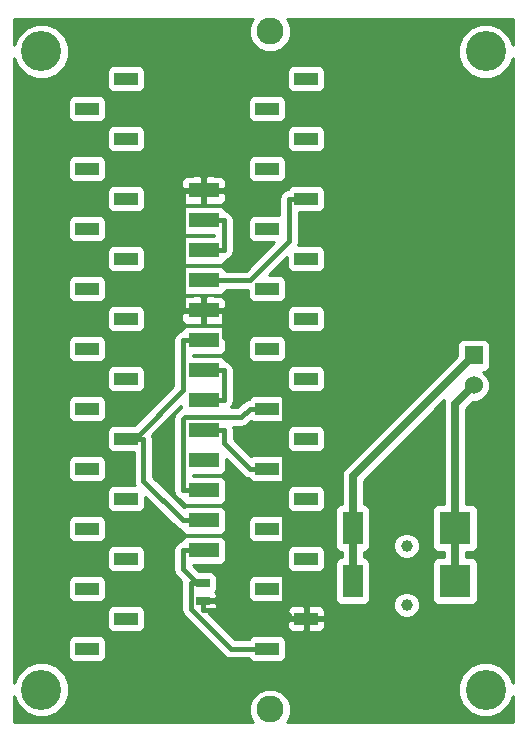
<source format=gtl>
G04 (created by PCBNEW-RS274X (2011-07-19)-testing) date Thu 29 Dec 2011 06:25:09 PM PST*
G01*
G70*
G90*
%MOIN*%
G04 Gerber Fmt 3.4, Leading zero omitted, Abs format*
%FSLAX34Y34*%
G04 APERTURE LIST*
%ADD10C,0.006000*%
%ADD11C,0.133900*%
%ADD12R,0.100000X0.050000*%
%ADD13C,0.090000*%
%ADD14C,0.039000*%
%ADD15R,0.067000X0.110000*%
%ADD16R,0.102400X0.110000*%
%ADD17R,0.045000X0.025000*%
%ADD18R,0.060000X0.060000*%
%ADD19C,0.060000*%
%ADD20R,0.078700X0.039400*%
%ADD21C,0.015000*%
%ADD22C,0.025000*%
%ADD23C,0.010000*%
G04 APERTURE END LIST*
G54D10*
G54D11*
X40621Y-40788D03*
X40621Y-62066D03*
X55442Y-40788D03*
X55442Y-62066D03*
G54D12*
X46031Y-45427D03*
X46031Y-46427D03*
X46031Y-47427D03*
X46031Y-48427D03*
X46031Y-49427D03*
X46031Y-50427D03*
X46031Y-51427D03*
X46031Y-52427D03*
X46031Y-53427D03*
X46031Y-54427D03*
X46031Y-55427D03*
X46031Y-56427D03*
X46031Y-57427D03*
G54D13*
X48251Y-40127D03*
X48251Y-62727D03*
G54D14*
X52800Y-59240D03*
X52800Y-57272D03*
G54D15*
X51005Y-56681D03*
X51005Y-58453D03*
G54D16*
X54414Y-58453D03*
X54414Y-56681D03*
G54D17*
X46000Y-58500D03*
X46000Y-59100D03*
G54D18*
X55031Y-50927D03*
G54D19*
X55031Y-51927D03*
G54D20*
X48146Y-60700D03*
X49450Y-59700D03*
X48146Y-58700D03*
X49450Y-57700D03*
X48146Y-56700D03*
X49450Y-55700D03*
X48146Y-54700D03*
X49450Y-53700D03*
X48146Y-52700D03*
X49450Y-51700D03*
X48146Y-50700D03*
X49450Y-49700D03*
X48146Y-48700D03*
X49450Y-47700D03*
X48146Y-46700D03*
X49450Y-45700D03*
X48146Y-44700D03*
X49450Y-43700D03*
X48146Y-42700D03*
X49450Y-41700D03*
X43454Y-41700D03*
X42150Y-42700D03*
X43454Y-43700D03*
X42150Y-44700D03*
X43454Y-45700D03*
X42150Y-46700D03*
X43454Y-47700D03*
X42150Y-48700D03*
X43454Y-49700D03*
X42150Y-50700D03*
X43454Y-51700D03*
X42150Y-52700D03*
X43454Y-53700D03*
X42150Y-54700D03*
X43454Y-55700D03*
X42150Y-56700D03*
X43454Y-57700D03*
X42150Y-58700D03*
X43454Y-59700D03*
X42150Y-60700D03*
G54D21*
X44025Y-55099D02*
X45353Y-56427D01*
X44025Y-53700D02*
X44025Y-55099D01*
X46031Y-56427D02*
X45353Y-56427D01*
X43454Y-53700D02*
X43740Y-53700D01*
X43740Y-53700D02*
X44025Y-53700D01*
X45353Y-52087D02*
X45353Y-50427D01*
X43740Y-53700D02*
X45353Y-52087D01*
X46031Y-50427D02*
X45353Y-50427D01*
X47572Y-48427D02*
X46709Y-48427D01*
X48878Y-47121D02*
X47572Y-48427D01*
X48878Y-45700D02*
X48878Y-47121D01*
X49450Y-45700D02*
X48878Y-45700D01*
X46031Y-48427D02*
X46709Y-48427D01*
X46709Y-53835D02*
X46709Y-53427D01*
X47574Y-54700D02*
X46709Y-53835D01*
X48146Y-54700D02*
X47574Y-54700D01*
X46031Y-53427D02*
X46709Y-53427D01*
X46709Y-47427D02*
X46709Y-46427D01*
X46031Y-47427D02*
X46709Y-47427D01*
X46031Y-46427D02*
X46709Y-46427D01*
X47290Y-52984D02*
X47574Y-52700D01*
X45409Y-52984D02*
X47290Y-52984D01*
X45353Y-53040D02*
X45409Y-52984D01*
X45353Y-55427D02*
X45353Y-53040D01*
X46031Y-55427D02*
X45353Y-55427D01*
X48146Y-52700D02*
X47574Y-52700D01*
X45597Y-59367D02*
X45597Y-58500D01*
X46930Y-60700D02*
X45597Y-59367D01*
X48146Y-60700D02*
X46930Y-60700D01*
X46000Y-58500D02*
X45799Y-58500D01*
X45799Y-58500D02*
X45597Y-58500D01*
X45353Y-58054D02*
X45353Y-57427D01*
X45799Y-58500D02*
X45353Y-58054D01*
X46031Y-57427D02*
X45353Y-57427D01*
X46000Y-59100D02*
X46000Y-59403D01*
X49450Y-59700D02*
X48878Y-59700D01*
X45353Y-49427D02*
X45353Y-45427D01*
X46031Y-49427D02*
X45353Y-49427D01*
X46031Y-45427D02*
X45353Y-45427D01*
X46000Y-59403D02*
X48716Y-59403D01*
X48878Y-59565D02*
X48878Y-59700D01*
X48716Y-59403D02*
X48878Y-59565D01*
X46709Y-50309D02*
X46709Y-49427D01*
X48718Y-52318D02*
X46709Y-50309D01*
X48718Y-59401D02*
X48718Y-52318D01*
X48716Y-59403D02*
X48718Y-59401D01*
X46031Y-49427D02*
X46709Y-49427D01*
G54D22*
X51005Y-54953D02*
X51005Y-56681D01*
X55031Y-50927D02*
X51005Y-54953D01*
X51005Y-58453D02*
X51005Y-56681D01*
X54414Y-52544D02*
X54414Y-56681D01*
X55031Y-51927D02*
X54414Y-52544D01*
X54414Y-56681D02*
X54414Y-58453D01*
G54D21*
X46709Y-52427D02*
X46709Y-51427D01*
X46031Y-52427D02*
X46709Y-52427D01*
X46031Y-51427D02*
X46709Y-51427D01*
G54D10*
G36*
X56348Y-63139D02*
X53244Y-63139D01*
X53244Y-59329D01*
X53244Y-59152D01*
X53244Y-57361D01*
X53244Y-57184D01*
X53177Y-57021D01*
X53052Y-56896D01*
X52889Y-56828D01*
X52712Y-56828D01*
X52549Y-56895D01*
X52424Y-57020D01*
X52356Y-57183D01*
X52356Y-57360D01*
X52423Y-57523D01*
X52548Y-57648D01*
X52711Y-57716D01*
X52888Y-57716D01*
X53051Y-57649D01*
X53176Y-57524D01*
X53244Y-57361D01*
X53244Y-59152D01*
X53177Y-58989D01*
X53052Y-58864D01*
X52889Y-58796D01*
X52712Y-58796D01*
X52549Y-58863D01*
X52424Y-58988D01*
X52356Y-59151D01*
X52356Y-59328D01*
X52423Y-59491D01*
X52548Y-59616D01*
X52711Y-59684D01*
X52888Y-59684D01*
X53051Y-59617D01*
X53176Y-59492D01*
X53244Y-59329D01*
X53244Y-63139D01*
X50093Y-63139D01*
X50093Y-59812D01*
X50093Y-59588D01*
X50092Y-59552D01*
X50092Y-59453D01*
X50092Y-57947D01*
X50092Y-57848D01*
X50092Y-57454D01*
X50092Y-55947D01*
X50092Y-55848D01*
X50092Y-55454D01*
X50092Y-53947D01*
X50092Y-53848D01*
X50092Y-53454D01*
X50092Y-51947D01*
X50092Y-51848D01*
X50092Y-51454D01*
X50092Y-49947D01*
X50092Y-49848D01*
X50092Y-49454D01*
X50092Y-47947D01*
X50092Y-47848D01*
X50092Y-47454D01*
X50054Y-47362D01*
X49984Y-47292D01*
X49893Y-47254D01*
X49794Y-47254D01*
X49172Y-47254D01*
X49177Y-47246D01*
X49178Y-47245D01*
X49197Y-47147D01*
X49203Y-47122D01*
X49202Y-47121D01*
X49203Y-47121D01*
X49203Y-46146D01*
X49892Y-46146D01*
X49984Y-46108D01*
X50054Y-46038D01*
X50092Y-45947D01*
X50092Y-45848D01*
X50092Y-45454D01*
X50092Y-43947D01*
X50092Y-43848D01*
X50092Y-43454D01*
X50092Y-41947D01*
X50092Y-41848D01*
X50092Y-41454D01*
X50054Y-41362D01*
X49984Y-41292D01*
X49893Y-41254D01*
X49794Y-41254D01*
X49008Y-41254D01*
X48916Y-41292D01*
X48846Y-41362D01*
X48808Y-41453D01*
X48808Y-41552D01*
X48808Y-41946D01*
X48846Y-42038D01*
X48916Y-42108D01*
X49007Y-42146D01*
X49106Y-42146D01*
X49892Y-42146D01*
X49984Y-42108D01*
X50054Y-42038D01*
X50092Y-41947D01*
X50092Y-43454D01*
X50054Y-43362D01*
X49984Y-43292D01*
X49893Y-43254D01*
X49794Y-43254D01*
X49008Y-43254D01*
X48916Y-43292D01*
X48846Y-43362D01*
X48808Y-43453D01*
X48808Y-43552D01*
X48808Y-43946D01*
X48846Y-44038D01*
X48916Y-44108D01*
X49007Y-44146D01*
X49106Y-44146D01*
X49892Y-44146D01*
X49984Y-44108D01*
X50054Y-44038D01*
X50092Y-43947D01*
X50092Y-45454D01*
X50054Y-45362D01*
X49984Y-45292D01*
X49893Y-45254D01*
X49794Y-45254D01*
X49008Y-45254D01*
X48916Y-45292D01*
X48846Y-45362D01*
X48837Y-45383D01*
X48788Y-45393D01*
X48788Y-44947D01*
X48788Y-44848D01*
X48788Y-44454D01*
X48788Y-42947D01*
X48788Y-42848D01*
X48788Y-42454D01*
X48750Y-42362D01*
X48680Y-42292D01*
X48589Y-42254D01*
X48490Y-42254D01*
X47704Y-42254D01*
X47612Y-42292D01*
X47542Y-42362D01*
X47504Y-42453D01*
X47504Y-42552D01*
X47504Y-42946D01*
X47542Y-43038D01*
X47612Y-43108D01*
X47703Y-43146D01*
X47802Y-43146D01*
X48588Y-43146D01*
X48680Y-43108D01*
X48750Y-43038D01*
X48788Y-42947D01*
X48788Y-44454D01*
X48750Y-44362D01*
X48680Y-44292D01*
X48589Y-44254D01*
X48490Y-44254D01*
X47704Y-44254D01*
X47612Y-44292D01*
X47542Y-44362D01*
X47504Y-44453D01*
X47504Y-44552D01*
X47504Y-44946D01*
X47542Y-45038D01*
X47612Y-45108D01*
X47703Y-45146D01*
X47802Y-45146D01*
X48588Y-45146D01*
X48680Y-45108D01*
X48750Y-45038D01*
X48788Y-44947D01*
X48788Y-45393D01*
X48754Y-45400D01*
X48648Y-45470D01*
X48578Y-45576D01*
X48553Y-45700D01*
X48553Y-46254D01*
X48490Y-46254D01*
X47704Y-46254D01*
X47612Y-46292D01*
X47542Y-46362D01*
X47504Y-46453D01*
X47504Y-46552D01*
X47504Y-46946D01*
X47542Y-47038D01*
X47612Y-47108D01*
X47703Y-47146D01*
X47802Y-47146D01*
X48393Y-47146D01*
X47437Y-48102D01*
X47034Y-48102D01*
X47034Y-47427D01*
X47034Y-46427D01*
X47009Y-46303D01*
X46939Y-46197D01*
X46833Y-46127D01*
X46781Y-46116D01*
X46781Y-45539D01*
X46781Y-45315D01*
X46780Y-45226D01*
X46780Y-45127D01*
X46742Y-45036D01*
X46672Y-44966D01*
X46580Y-44928D01*
X46143Y-44927D01*
X46081Y-44989D01*
X46081Y-45377D01*
X46719Y-45377D01*
X46781Y-45315D01*
X46781Y-45539D01*
X46719Y-45477D01*
X46081Y-45477D01*
X46081Y-45865D01*
X46143Y-45927D01*
X46580Y-45926D01*
X46672Y-45888D01*
X46742Y-45818D01*
X46780Y-45727D01*
X46780Y-45628D01*
X46781Y-45539D01*
X46781Y-46116D01*
X46774Y-46115D01*
X46742Y-46036D01*
X46672Y-45966D01*
X46581Y-45928D01*
X46482Y-45928D01*
X45981Y-45928D01*
X45981Y-45865D01*
X45981Y-45477D01*
X45981Y-45377D01*
X45981Y-44989D01*
X45919Y-44927D01*
X45482Y-44928D01*
X45390Y-44966D01*
X45320Y-45036D01*
X45282Y-45127D01*
X45282Y-45226D01*
X45281Y-45315D01*
X45343Y-45377D01*
X45981Y-45377D01*
X45981Y-45477D01*
X45343Y-45477D01*
X45281Y-45539D01*
X45282Y-45628D01*
X45282Y-45727D01*
X45320Y-45818D01*
X45390Y-45888D01*
X45482Y-45926D01*
X45919Y-45927D01*
X45981Y-45865D01*
X45981Y-45928D01*
X45482Y-45928D01*
X45390Y-45966D01*
X45320Y-46036D01*
X45282Y-46127D01*
X45282Y-46226D01*
X45282Y-46726D01*
X45320Y-46818D01*
X45390Y-46888D01*
X45481Y-46926D01*
X45580Y-46926D01*
X46384Y-46926D01*
X46384Y-46928D01*
X45482Y-46928D01*
X45390Y-46966D01*
X45320Y-47036D01*
X45282Y-47127D01*
X45282Y-47226D01*
X45282Y-47726D01*
X45320Y-47818D01*
X45390Y-47888D01*
X45481Y-47926D01*
X45580Y-47926D01*
X46580Y-47926D01*
X46672Y-47888D01*
X46742Y-47818D01*
X46775Y-47738D01*
X46833Y-47727D01*
X46939Y-47657D01*
X47009Y-47551D01*
X47034Y-47427D01*
X47034Y-48102D01*
X46769Y-48102D01*
X46742Y-48036D01*
X46672Y-47966D01*
X46581Y-47928D01*
X46482Y-47928D01*
X45482Y-47928D01*
X45390Y-47966D01*
X45320Y-48036D01*
X45282Y-48127D01*
X45282Y-48226D01*
X45282Y-48726D01*
X45320Y-48818D01*
X45390Y-48888D01*
X45481Y-48926D01*
X45580Y-48926D01*
X46580Y-48926D01*
X46672Y-48888D01*
X46742Y-48818D01*
X46769Y-48752D01*
X47504Y-48752D01*
X47504Y-48946D01*
X47542Y-49038D01*
X47612Y-49108D01*
X47703Y-49146D01*
X47802Y-49146D01*
X48588Y-49146D01*
X48680Y-49108D01*
X48750Y-49038D01*
X48788Y-48947D01*
X48788Y-48848D01*
X48788Y-48454D01*
X48750Y-48362D01*
X48680Y-48292D01*
X48589Y-48254D01*
X48490Y-48254D01*
X48204Y-48254D01*
X48808Y-47650D01*
X48808Y-47946D01*
X48846Y-48038D01*
X48916Y-48108D01*
X49007Y-48146D01*
X49106Y-48146D01*
X49892Y-48146D01*
X49984Y-48108D01*
X50054Y-48038D01*
X50092Y-47947D01*
X50092Y-49454D01*
X50054Y-49362D01*
X49984Y-49292D01*
X49893Y-49254D01*
X49794Y-49254D01*
X49008Y-49254D01*
X48916Y-49292D01*
X48846Y-49362D01*
X48808Y-49453D01*
X48808Y-49552D01*
X48808Y-49946D01*
X48846Y-50038D01*
X48916Y-50108D01*
X49007Y-50146D01*
X49106Y-50146D01*
X49892Y-50146D01*
X49984Y-50108D01*
X50054Y-50038D01*
X50092Y-49947D01*
X50092Y-51454D01*
X50054Y-51362D01*
X49984Y-51292D01*
X49893Y-51254D01*
X49794Y-51254D01*
X49008Y-51254D01*
X48916Y-51292D01*
X48846Y-51362D01*
X48808Y-51453D01*
X48808Y-51552D01*
X48808Y-51946D01*
X48846Y-52038D01*
X48916Y-52108D01*
X49007Y-52146D01*
X49106Y-52146D01*
X49892Y-52146D01*
X49984Y-52108D01*
X50054Y-52038D01*
X50092Y-51947D01*
X50092Y-53454D01*
X50054Y-53362D01*
X49984Y-53292D01*
X49893Y-53254D01*
X49794Y-53254D01*
X49008Y-53254D01*
X48916Y-53292D01*
X48846Y-53362D01*
X48808Y-53453D01*
X48808Y-53552D01*
X48808Y-53946D01*
X48846Y-54038D01*
X48916Y-54108D01*
X49007Y-54146D01*
X49106Y-54146D01*
X49892Y-54146D01*
X49984Y-54108D01*
X50054Y-54038D01*
X50092Y-53947D01*
X50092Y-55454D01*
X50054Y-55362D01*
X49984Y-55292D01*
X49893Y-55254D01*
X49794Y-55254D01*
X49008Y-55254D01*
X48916Y-55292D01*
X48846Y-55362D01*
X48808Y-55453D01*
X48808Y-55552D01*
X48808Y-55946D01*
X48846Y-56038D01*
X48916Y-56108D01*
X49007Y-56146D01*
X49106Y-56146D01*
X49892Y-56146D01*
X49984Y-56108D01*
X50054Y-56038D01*
X50092Y-55947D01*
X50092Y-57454D01*
X50054Y-57362D01*
X49984Y-57292D01*
X49893Y-57254D01*
X49794Y-57254D01*
X49008Y-57254D01*
X48916Y-57292D01*
X48846Y-57362D01*
X48808Y-57453D01*
X48808Y-57552D01*
X48808Y-57946D01*
X48846Y-58038D01*
X48916Y-58108D01*
X49007Y-58146D01*
X49106Y-58146D01*
X49892Y-58146D01*
X49984Y-58108D01*
X50054Y-58038D01*
X50092Y-57947D01*
X50092Y-59453D01*
X50054Y-59362D01*
X49984Y-59292D01*
X49892Y-59254D01*
X49562Y-59253D01*
X49500Y-59315D01*
X49500Y-59650D01*
X50031Y-59650D01*
X50093Y-59588D01*
X50093Y-59812D01*
X50031Y-59750D01*
X49500Y-59750D01*
X49500Y-60085D01*
X49562Y-60147D01*
X49892Y-60146D01*
X49984Y-60108D01*
X50054Y-60038D01*
X50092Y-59947D01*
X50092Y-59848D01*
X50093Y-59812D01*
X50093Y-63139D01*
X49400Y-63139D01*
X49400Y-60085D01*
X49400Y-59750D01*
X49400Y-59650D01*
X49400Y-59315D01*
X49338Y-59253D01*
X49008Y-59254D01*
X48916Y-59292D01*
X48846Y-59362D01*
X48808Y-59453D01*
X48808Y-59552D01*
X48807Y-59588D01*
X48869Y-59650D01*
X49400Y-59650D01*
X49400Y-59750D01*
X48869Y-59750D01*
X48807Y-59812D01*
X48808Y-59848D01*
X48808Y-59947D01*
X48846Y-60038D01*
X48916Y-60108D01*
X49008Y-60146D01*
X49338Y-60147D01*
X49400Y-60085D01*
X49400Y-63139D01*
X48827Y-63139D01*
X48843Y-63124D01*
X48950Y-62867D01*
X48950Y-62589D01*
X48844Y-62332D01*
X48788Y-62275D01*
X48788Y-60947D01*
X48788Y-60848D01*
X48788Y-60454D01*
X48788Y-58947D01*
X48788Y-58848D01*
X48788Y-58454D01*
X48788Y-56947D01*
X48788Y-56848D01*
X48788Y-56454D01*
X48788Y-54947D01*
X48788Y-54848D01*
X48788Y-54454D01*
X48750Y-54362D01*
X48680Y-54292D01*
X48589Y-54254D01*
X48490Y-54254D01*
X47704Y-54254D01*
X47621Y-54287D01*
X47034Y-53700D01*
X47034Y-53427D01*
X47010Y-53309D01*
X47290Y-53309D01*
X47414Y-53284D01*
X47520Y-53214D01*
X47621Y-53112D01*
X47703Y-53146D01*
X47802Y-53146D01*
X48588Y-53146D01*
X48680Y-53108D01*
X48750Y-53038D01*
X48788Y-52947D01*
X48788Y-52848D01*
X48788Y-52454D01*
X48788Y-50947D01*
X48788Y-50848D01*
X48788Y-50454D01*
X48750Y-50362D01*
X48680Y-50292D01*
X48589Y-50254D01*
X48490Y-50254D01*
X47704Y-50254D01*
X47612Y-50292D01*
X47542Y-50362D01*
X47504Y-50453D01*
X47504Y-50552D01*
X47504Y-50946D01*
X47542Y-51038D01*
X47612Y-51108D01*
X47703Y-51146D01*
X47802Y-51146D01*
X48588Y-51146D01*
X48680Y-51108D01*
X48750Y-51038D01*
X48788Y-50947D01*
X48788Y-52454D01*
X48750Y-52362D01*
X48680Y-52292D01*
X48589Y-52254D01*
X48490Y-52254D01*
X47704Y-52254D01*
X47612Y-52292D01*
X47542Y-52362D01*
X47533Y-52383D01*
X47450Y-52400D01*
X47344Y-52470D01*
X47342Y-52472D01*
X47155Y-52659D01*
X46935Y-52659D01*
X46939Y-52657D01*
X47009Y-52551D01*
X47034Y-52427D01*
X47034Y-51427D01*
X47009Y-51303D01*
X46939Y-51197D01*
X46833Y-51127D01*
X46781Y-51116D01*
X46781Y-49539D01*
X46781Y-49315D01*
X46780Y-49226D01*
X46780Y-49127D01*
X46742Y-49036D01*
X46672Y-48966D01*
X46580Y-48928D01*
X46143Y-48927D01*
X46081Y-48989D01*
X46081Y-49377D01*
X46719Y-49377D01*
X46781Y-49315D01*
X46781Y-49539D01*
X46719Y-49477D01*
X46081Y-49477D01*
X46081Y-49865D01*
X46143Y-49927D01*
X46580Y-49926D01*
X46672Y-49888D01*
X46742Y-49818D01*
X46780Y-49727D01*
X46780Y-49628D01*
X46781Y-49539D01*
X46781Y-51116D01*
X46774Y-51115D01*
X46742Y-51036D01*
X46672Y-50966D01*
X46581Y-50928D01*
X46482Y-50928D01*
X45678Y-50928D01*
X45678Y-50926D01*
X46580Y-50926D01*
X46672Y-50888D01*
X46742Y-50818D01*
X46780Y-50727D01*
X46780Y-50628D01*
X46780Y-50128D01*
X46742Y-50036D01*
X46672Y-49966D01*
X46581Y-49928D01*
X46482Y-49928D01*
X45981Y-49928D01*
X45981Y-49865D01*
X45981Y-49477D01*
X45981Y-49377D01*
X45981Y-48989D01*
X45919Y-48927D01*
X45482Y-48928D01*
X45390Y-48966D01*
X45320Y-49036D01*
X45282Y-49127D01*
X45282Y-49226D01*
X45281Y-49315D01*
X45343Y-49377D01*
X45981Y-49377D01*
X45981Y-49477D01*
X45343Y-49477D01*
X45281Y-49539D01*
X45282Y-49628D01*
X45282Y-49727D01*
X45320Y-49818D01*
X45390Y-49888D01*
X45482Y-49926D01*
X45919Y-49927D01*
X45981Y-49865D01*
X45981Y-49928D01*
X45482Y-49928D01*
X45390Y-49966D01*
X45320Y-50036D01*
X45286Y-50115D01*
X45229Y-50127D01*
X45123Y-50197D01*
X45053Y-50303D01*
X45028Y-50427D01*
X45028Y-51952D01*
X44096Y-52884D01*
X44096Y-51947D01*
X44096Y-51848D01*
X44096Y-51454D01*
X44096Y-49947D01*
X44096Y-49848D01*
X44096Y-49454D01*
X44096Y-47947D01*
X44096Y-47848D01*
X44096Y-47454D01*
X44096Y-45947D01*
X44096Y-45848D01*
X44096Y-45454D01*
X44096Y-43947D01*
X44096Y-43848D01*
X44096Y-43454D01*
X44096Y-41947D01*
X44096Y-41848D01*
X44096Y-41454D01*
X44058Y-41362D01*
X43988Y-41292D01*
X43897Y-41254D01*
X43798Y-41254D01*
X43012Y-41254D01*
X42920Y-41292D01*
X42850Y-41362D01*
X42812Y-41453D01*
X42812Y-41552D01*
X42812Y-41946D01*
X42850Y-42038D01*
X42920Y-42108D01*
X43011Y-42146D01*
X43110Y-42146D01*
X43896Y-42146D01*
X43988Y-42108D01*
X44058Y-42038D01*
X44096Y-41947D01*
X44096Y-43454D01*
X44058Y-43362D01*
X43988Y-43292D01*
X43897Y-43254D01*
X43798Y-43254D01*
X43012Y-43254D01*
X42920Y-43292D01*
X42850Y-43362D01*
X42812Y-43453D01*
X42812Y-43552D01*
X42812Y-43946D01*
X42850Y-44038D01*
X42920Y-44108D01*
X43011Y-44146D01*
X43110Y-44146D01*
X43896Y-44146D01*
X43988Y-44108D01*
X44058Y-44038D01*
X44096Y-43947D01*
X44096Y-45454D01*
X44058Y-45362D01*
X43988Y-45292D01*
X43897Y-45254D01*
X43798Y-45254D01*
X43012Y-45254D01*
X42920Y-45292D01*
X42850Y-45362D01*
X42812Y-45453D01*
X42812Y-45552D01*
X42812Y-45946D01*
X42850Y-46038D01*
X42920Y-46108D01*
X43011Y-46146D01*
X43110Y-46146D01*
X43896Y-46146D01*
X43988Y-46108D01*
X44058Y-46038D01*
X44096Y-45947D01*
X44096Y-47454D01*
X44058Y-47362D01*
X43988Y-47292D01*
X43897Y-47254D01*
X43798Y-47254D01*
X43012Y-47254D01*
X42920Y-47292D01*
X42850Y-47362D01*
X42812Y-47453D01*
X42812Y-47552D01*
X42812Y-47946D01*
X42850Y-48038D01*
X42920Y-48108D01*
X43011Y-48146D01*
X43110Y-48146D01*
X43896Y-48146D01*
X43988Y-48108D01*
X44058Y-48038D01*
X44096Y-47947D01*
X44096Y-49454D01*
X44058Y-49362D01*
X43988Y-49292D01*
X43897Y-49254D01*
X43798Y-49254D01*
X43012Y-49254D01*
X42920Y-49292D01*
X42850Y-49362D01*
X42812Y-49453D01*
X42812Y-49552D01*
X42812Y-49946D01*
X42850Y-50038D01*
X42920Y-50108D01*
X43011Y-50146D01*
X43110Y-50146D01*
X43896Y-50146D01*
X43988Y-50108D01*
X44058Y-50038D01*
X44096Y-49947D01*
X44096Y-51454D01*
X44058Y-51362D01*
X43988Y-51292D01*
X43897Y-51254D01*
X43798Y-51254D01*
X43012Y-51254D01*
X42920Y-51292D01*
X42850Y-51362D01*
X42812Y-51453D01*
X42812Y-51552D01*
X42812Y-51946D01*
X42850Y-52038D01*
X42920Y-52108D01*
X43011Y-52146D01*
X43110Y-52146D01*
X43896Y-52146D01*
X43988Y-52108D01*
X44058Y-52038D01*
X44096Y-51947D01*
X44096Y-52884D01*
X43726Y-53254D01*
X43012Y-53254D01*
X42920Y-53292D01*
X42850Y-53362D01*
X42812Y-53453D01*
X42812Y-53552D01*
X42812Y-53946D01*
X42850Y-54038D01*
X42920Y-54108D01*
X43011Y-54146D01*
X43110Y-54146D01*
X43700Y-54146D01*
X43700Y-55099D01*
X43725Y-55223D01*
X43745Y-55254D01*
X43012Y-55254D01*
X42920Y-55292D01*
X42850Y-55362D01*
X42812Y-55453D01*
X42812Y-55552D01*
X42812Y-55946D01*
X42850Y-56038D01*
X42920Y-56108D01*
X43011Y-56146D01*
X43110Y-56146D01*
X43896Y-56146D01*
X43988Y-56108D01*
X44058Y-56038D01*
X44096Y-55947D01*
X44096Y-55848D01*
X44096Y-55630D01*
X45123Y-56657D01*
X45228Y-56727D01*
X45229Y-56727D01*
X45287Y-56738D01*
X45320Y-56818D01*
X45390Y-56888D01*
X45481Y-56926D01*
X45580Y-56926D01*
X46580Y-56926D01*
X46672Y-56888D01*
X46742Y-56818D01*
X46780Y-56727D01*
X46780Y-56628D01*
X46780Y-56128D01*
X46742Y-56036D01*
X46672Y-55966D01*
X46581Y-55928D01*
X46482Y-55928D01*
X45482Y-55928D01*
X45390Y-55966D01*
X45371Y-55985D01*
X44350Y-54964D01*
X44350Y-53700D01*
X44325Y-53576D01*
X44324Y-53575D01*
X45282Y-52618D01*
X45282Y-52685D01*
X45179Y-52754D01*
X45123Y-52810D01*
X45053Y-52916D01*
X45028Y-53040D01*
X45028Y-55427D01*
X45053Y-55551D01*
X45123Y-55657D01*
X45229Y-55727D01*
X45287Y-55738D01*
X45320Y-55818D01*
X45390Y-55888D01*
X45481Y-55926D01*
X45580Y-55926D01*
X46580Y-55926D01*
X46672Y-55888D01*
X46742Y-55818D01*
X46780Y-55727D01*
X46780Y-55628D01*
X46780Y-55128D01*
X46742Y-55036D01*
X46672Y-54966D01*
X46581Y-54928D01*
X46482Y-54928D01*
X45678Y-54928D01*
X45678Y-54926D01*
X46580Y-54926D01*
X46672Y-54888D01*
X46742Y-54818D01*
X46780Y-54727D01*
X46780Y-54628D01*
X46780Y-54366D01*
X47344Y-54930D01*
X47449Y-55000D01*
X47450Y-55000D01*
X47533Y-55016D01*
X47542Y-55038D01*
X47612Y-55108D01*
X47703Y-55146D01*
X47802Y-55146D01*
X48588Y-55146D01*
X48680Y-55108D01*
X48750Y-55038D01*
X48788Y-54947D01*
X48788Y-56454D01*
X48750Y-56362D01*
X48680Y-56292D01*
X48589Y-56254D01*
X48490Y-56254D01*
X47704Y-56254D01*
X47612Y-56292D01*
X47542Y-56362D01*
X47504Y-56453D01*
X47504Y-56552D01*
X47504Y-56946D01*
X47542Y-57038D01*
X47612Y-57108D01*
X47703Y-57146D01*
X47802Y-57146D01*
X48588Y-57146D01*
X48680Y-57108D01*
X48750Y-57038D01*
X48788Y-56947D01*
X48788Y-58454D01*
X48750Y-58362D01*
X48680Y-58292D01*
X48589Y-58254D01*
X48490Y-58254D01*
X47704Y-58254D01*
X47612Y-58292D01*
X47542Y-58362D01*
X47504Y-58453D01*
X47504Y-58552D01*
X47504Y-58946D01*
X47542Y-59038D01*
X47612Y-59108D01*
X47703Y-59146D01*
X47802Y-59146D01*
X48588Y-59146D01*
X48680Y-59108D01*
X48750Y-59038D01*
X48788Y-58947D01*
X48788Y-60454D01*
X48750Y-60362D01*
X48680Y-60292D01*
X48589Y-60254D01*
X48490Y-60254D01*
X47704Y-60254D01*
X47612Y-60292D01*
X47542Y-60362D01*
X47536Y-60375D01*
X47065Y-60375D01*
X46164Y-59474D01*
X46176Y-59474D01*
X46275Y-59474D01*
X46366Y-59436D01*
X46436Y-59366D01*
X46474Y-59274D01*
X46475Y-59212D01*
X46413Y-59150D01*
X46100Y-59150D01*
X46050Y-59150D01*
X45950Y-59150D01*
X45950Y-59050D01*
X46050Y-59050D01*
X46100Y-59050D01*
X46413Y-59050D01*
X46475Y-58988D01*
X46474Y-58926D01*
X46436Y-58834D01*
X46402Y-58800D01*
X46436Y-58766D01*
X46474Y-58675D01*
X46474Y-58576D01*
X46474Y-58326D01*
X46436Y-58234D01*
X46366Y-58164D01*
X46275Y-58126D01*
X46176Y-58126D01*
X45884Y-58126D01*
X45684Y-57926D01*
X46580Y-57926D01*
X46672Y-57888D01*
X46742Y-57818D01*
X46780Y-57727D01*
X46780Y-57628D01*
X46780Y-57128D01*
X46742Y-57036D01*
X46672Y-56966D01*
X46581Y-56928D01*
X46482Y-56928D01*
X45482Y-56928D01*
X45390Y-56966D01*
X45320Y-57036D01*
X45286Y-57115D01*
X45229Y-57127D01*
X45123Y-57197D01*
X45053Y-57303D01*
X45028Y-57427D01*
X45028Y-58054D01*
X45053Y-58178D01*
X45123Y-58284D01*
X45283Y-58443D01*
X45272Y-58500D01*
X45272Y-59367D01*
X45297Y-59491D01*
X45367Y-59597D01*
X46700Y-60930D01*
X46805Y-61000D01*
X46806Y-61000D01*
X46930Y-61025D01*
X47536Y-61025D01*
X47542Y-61038D01*
X47612Y-61108D01*
X47703Y-61146D01*
X47802Y-61146D01*
X48588Y-61146D01*
X48680Y-61108D01*
X48750Y-61038D01*
X48788Y-60947D01*
X48788Y-62275D01*
X48648Y-62135D01*
X48391Y-62028D01*
X48113Y-62028D01*
X47856Y-62134D01*
X47659Y-62330D01*
X47552Y-62587D01*
X47552Y-62865D01*
X47658Y-63122D01*
X47674Y-63139D01*
X44096Y-63139D01*
X44096Y-59947D01*
X44096Y-59848D01*
X44096Y-59454D01*
X44096Y-57947D01*
X44096Y-57848D01*
X44096Y-57454D01*
X44058Y-57362D01*
X43988Y-57292D01*
X43897Y-57254D01*
X43798Y-57254D01*
X43012Y-57254D01*
X42920Y-57292D01*
X42850Y-57362D01*
X42812Y-57453D01*
X42812Y-57552D01*
X42812Y-57946D01*
X42850Y-58038D01*
X42920Y-58108D01*
X43011Y-58146D01*
X43110Y-58146D01*
X43896Y-58146D01*
X43988Y-58108D01*
X44058Y-58038D01*
X44096Y-57947D01*
X44096Y-59454D01*
X44058Y-59362D01*
X43988Y-59292D01*
X43897Y-59254D01*
X43798Y-59254D01*
X43012Y-59254D01*
X42920Y-59292D01*
X42850Y-59362D01*
X42812Y-59453D01*
X42812Y-59552D01*
X42812Y-59946D01*
X42850Y-60038D01*
X42920Y-60108D01*
X43011Y-60146D01*
X43110Y-60146D01*
X43896Y-60146D01*
X43988Y-60108D01*
X44058Y-60038D01*
X44096Y-59947D01*
X44096Y-63139D01*
X42792Y-63139D01*
X42792Y-60947D01*
X42792Y-60848D01*
X42792Y-60454D01*
X42792Y-58947D01*
X42792Y-58848D01*
X42792Y-58454D01*
X42792Y-56947D01*
X42792Y-56848D01*
X42792Y-56454D01*
X42792Y-54947D01*
X42792Y-54848D01*
X42792Y-54454D01*
X42792Y-52947D01*
X42792Y-52848D01*
X42792Y-52454D01*
X42792Y-50947D01*
X42792Y-50848D01*
X42792Y-50454D01*
X42792Y-48947D01*
X42792Y-48848D01*
X42792Y-48454D01*
X42792Y-46947D01*
X42792Y-46848D01*
X42792Y-46454D01*
X42792Y-44947D01*
X42792Y-44848D01*
X42792Y-44454D01*
X42792Y-42947D01*
X42792Y-42848D01*
X42792Y-42454D01*
X42754Y-42362D01*
X42684Y-42292D01*
X42593Y-42254D01*
X42494Y-42254D01*
X41708Y-42254D01*
X41616Y-42292D01*
X41546Y-42362D01*
X41508Y-42453D01*
X41508Y-42552D01*
X41508Y-42946D01*
X41546Y-43038D01*
X41616Y-43108D01*
X41707Y-43146D01*
X41806Y-43146D01*
X42592Y-43146D01*
X42684Y-43108D01*
X42754Y-43038D01*
X42792Y-42947D01*
X42792Y-44454D01*
X42754Y-44362D01*
X42684Y-44292D01*
X42593Y-44254D01*
X42494Y-44254D01*
X41708Y-44254D01*
X41616Y-44292D01*
X41546Y-44362D01*
X41508Y-44453D01*
X41508Y-44552D01*
X41508Y-44946D01*
X41546Y-45038D01*
X41616Y-45108D01*
X41707Y-45146D01*
X41806Y-45146D01*
X42592Y-45146D01*
X42684Y-45108D01*
X42754Y-45038D01*
X42792Y-44947D01*
X42792Y-46454D01*
X42754Y-46362D01*
X42684Y-46292D01*
X42593Y-46254D01*
X42494Y-46254D01*
X41708Y-46254D01*
X41616Y-46292D01*
X41546Y-46362D01*
X41508Y-46453D01*
X41508Y-46552D01*
X41508Y-46946D01*
X41546Y-47038D01*
X41616Y-47108D01*
X41707Y-47146D01*
X41806Y-47146D01*
X42592Y-47146D01*
X42684Y-47108D01*
X42754Y-47038D01*
X42792Y-46947D01*
X42792Y-48454D01*
X42754Y-48362D01*
X42684Y-48292D01*
X42593Y-48254D01*
X42494Y-48254D01*
X41708Y-48254D01*
X41616Y-48292D01*
X41546Y-48362D01*
X41508Y-48453D01*
X41508Y-48552D01*
X41508Y-48946D01*
X41546Y-49038D01*
X41616Y-49108D01*
X41707Y-49146D01*
X41806Y-49146D01*
X42592Y-49146D01*
X42684Y-49108D01*
X42754Y-49038D01*
X42792Y-48947D01*
X42792Y-50454D01*
X42754Y-50362D01*
X42684Y-50292D01*
X42593Y-50254D01*
X42494Y-50254D01*
X41708Y-50254D01*
X41616Y-50292D01*
X41546Y-50362D01*
X41508Y-50453D01*
X41508Y-50552D01*
X41508Y-50946D01*
X41546Y-51038D01*
X41616Y-51108D01*
X41707Y-51146D01*
X41806Y-51146D01*
X42592Y-51146D01*
X42684Y-51108D01*
X42754Y-51038D01*
X42792Y-50947D01*
X42792Y-52454D01*
X42754Y-52362D01*
X42684Y-52292D01*
X42593Y-52254D01*
X42494Y-52254D01*
X41708Y-52254D01*
X41616Y-52292D01*
X41546Y-52362D01*
X41508Y-52453D01*
X41508Y-52552D01*
X41508Y-52946D01*
X41546Y-53038D01*
X41616Y-53108D01*
X41707Y-53146D01*
X41806Y-53146D01*
X42592Y-53146D01*
X42684Y-53108D01*
X42754Y-53038D01*
X42792Y-52947D01*
X42792Y-54454D01*
X42754Y-54362D01*
X42684Y-54292D01*
X42593Y-54254D01*
X42494Y-54254D01*
X41708Y-54254D01*
X41616Y-54292D01*
X41546Y-54362D01*
X41508Y-54453D01*
X41508Y-54552D01*
X41508Y-54946D01*
X41546Y-55038D01*
X41616Y-55108D01*
X41707Y-55146D01*
X41806Y-55146D01*
X42592Y-55146D01*
X42684Y-55108D01*
X42754Y-55038D01*
X42792Y-54947D01*
X42792Y-56454D01*
X42754Y-56362D01*
X42684Y-56292D01*
X42593Y-56254D01*
X42494Y-56254D01*
X41708Y-56254D01*
X41616Y-56292D01*
X41546Y-56362D01*
X41508Y-56453D01*
X41508Y-56552D01*
X41508Y-56946D01*
X41546Y-57038D01*
X41616Y-57108D01*
X41707Y-57146D01*
X41806Y-57146D01*
X42592Y-57146D01*
X42684Y-57108D01*
X42754Y-57038D01*
X42792Y-56947D01*
X42792Y-58454D01*
X42754Y-58362D01*
X42684Y-58292D01*
X42593Y-58254D01*
X42494Y-58254D01*
X41708Y-58254D01*
X41616Y-58292D01*
X41546Y-58362D01*
X41508Y-58453D01*
X41508Y-58552D01*
X41508Y-58946D01*
X41546Y-59038D01*
X41616Y-59108D01*
X41707Y-59146D01*
X41806Y-59146D01*
X42592Y-59146D01*
X42684Y-59108D01*
X42754Y-59038D01*
X42792Y-58947D01*
X42792Y-60454D01*
X42754Y-60362D01*
X42684Y-60292D01*
X42593Y-60254D01*
X42494Y-60254D01*
X41708Y-60254D01*
X41616Y-60292D01*
X41546Y-60362D01*
X41508Y-60453D01*
X41508Y-60552D01*
X41508Y-60946D01*
X41546Y-61038D01*
X41616Y-61108D01*
X41707Y-61146D01*
X41806Y-61146D01*
X42592Y-61146D01*
X42684Y-61108D01*
X42754Y-61038D01*
X42792Y-60947D01*
X42792Y-63139D01*
X39715Y-63139D01*
X39715Y-62279D01*
X39842Y-62586D01*
X40100Y-62845D01*
X40437Y-62985D01*
X40803Y-62985D01*
X41141Y-62845D01*
X41400Y-62587D01*
X41540Y-62250D01*
X41540Y-61884D01*
X41400Y-61546D01*
X41142Y-61287D01*
X40805Y-61147D01*
X40439Y-61147D01*
X40101Y-61287D01*
X39842Y-61545D01*
X39715Y-61850D01*
X39715Y-41001D01*
X39842Y-41308D01*
X40100Y-41567D01*
X40437Y-41707D01*
X40803Y-41707D01*
X41141Y-41567D01*
X41400Y-41309D01*
X41540Y-40972D01*
X41540Y-40606D01*
X41400Y-40268D01*
X41142Y-40009D01*
X40805Y-39869D01*
X40439Y-39869D01*
X40101Y-40009D01*
X39842Y-40267D01*
X39715Y-40572D01*
X39715Y-39715D01*
X47674Y-39715D01*
X47659Y-39730D01*
X47552Y-39987D01*
X47552Y-40265D01*
X47658Y-40522D01*
X47854Y-40719D01*
X48111Y-40826D01*
X48389Y-40826D01*
X48646Y-40720D01*
X48843Y-40524D01*
X48950Y-40267D01*
X48950Y-39989D01*
X48844Y-39732D01*
X48827Y-39715D01*
X56348Y-39715D01*
X56348Y-40574D01*
X56221Y-40268D01*
X55963Y-40009D01*
X55626Y-39869D01*
X55260Y-39869D01*
X54922Y-40009D01*
X54663Y-40267D01*
X54523Y-40604D01*
X54523Y-40970D01*
X54663Y-41308D01*
X54921Y-41567D01*
X55258Y-41707D01*
X55624Y-41707D01*
X55962Y-41567D01*
X56221Y-41309D01*
X56348Y-41003D01*
X56348Y-61852D01*
X56221Y-61546D01*
X55963Y-61287D01*
X55626Y-61147D01*
X55580Y-61147D01*
X55580Y-52036D01*
X55580Y-51818D01*
X55496Y-51616D01*
X55356Y-51476D01*
X55380Y-51476D01*
X55472Y-51438D01*
X55542Y-51368D01*
X55580Y-51277D01*
X55580Y-51178D01*
X55580Y-50578D01*
X55542Y-50486D01*
X55472Y-50416D01*
X55381Y-50378D01*
X55282Y-50378D01*
X54682Y-50378D01*
X54590Y-50416D01*
X54520Y-50486D01*
X54482Y-50577D01*
X54482Y-50676D01*
X54482Y-50945D01*
X50740Y-54688D01*
X50659Y-54809D01*
X50630Y-54953D01*
X50630Y-55882D01*
X50621Y-55882D01*
X50529Y-55920D01*
X50459Y-55990D01*
X50421Y-56081D01*
X50421Y-56180D01*
X50421Y-57280D01*
X50459Y-57372D01*
X50529Y-57442D01*
X50620Y-57480D01*
X50630Y-57480D01*
X50630Y-57654D01*
X50621Y-57654D01*
X50529Y-57692D01*
X50459Y-57762D01*
X50421Y-57853D01*
X50421Y-57952D01*
X50421Y-59052D01*
X50459Y-59144D01*
X50529Y-59214D01*
X50620Y-59252D01*
X50719Y-59252D01*
X51389Y-59252D01*
X51481Y-59214D01*
X51551Y-59144D01*
X51589Y-59053D01*
X51589Y-58954D01*
X51589Y-57854D01*
X51551Y-57762D01*
X51481Y-57692D01*
X51390Y-57654D01*
X51380Y-57654D01*
X51380Y-57480D01*
X51389Y-57480D01*
X51481Y-57442D01*
X51551Y-57372D01*
X51589Y-57281D01*
X51589Y-57182D01*
X51589Y-56082D01*
X51551Y-55990D01*
X51481Y-55920D01*
X51390Y-55882D01*
X51380Y-55882D01*
X51380Y-55108D01*
X54062Y-52425D01*
X54039Y-52544D01*
X54039Y-55882D01*
X53853Y-55882D01*
X53761Y-55920D01*
X53691Y-55990D01*
X53653Y-56081D01*
X53653Y-56180D01*
X53653Y-57280D01*
X53691Y-57372D01*
X53761Y-57442D01*
X53852Y-57480D01*
X53951Y-57480D01*
X54039Y-57480D01*
X54039Y-57654D01*
X53853Y-57654D01*
X53761Y-57692D01*
X53691Y-57762D01*
X53653Y-57853D01*
X53653Y-57952D01*
X53653Y-59052D01*
X53691Y-59144D01*
X53761Y-59214D01*
X53852Y-59252D01*
X53951Y-59252D01*
X54975Y-59252D01*
X55067Y-59214D01*
X55137Y-59144D01*
X55175Y-59053D01*
X55175Y-58954D01*
X55175Y-57854D01*
X55137Y-57762D01*
X55067Y-57692D01*
X54976Y-57654D01*
X54877Y-57654D01*
X54789Y-57654D01*
X54789Y-57480D01*
X54975Y-57480D01*
X55067Y-57442D01*
X55137Y-57372D01*
X55175Y-57281D01*
X55175Y-57182D01*
X55175Y-56082D01*
X55137Y-55990D01*
X55067Y-55920D01*
X54976Y-55882D01*
X54877Y-55882D01*
X54789Y-55882D01*
X54789Y-52699D01*
X55012Y-52476D01*
X55140Y-52476D01*
X55342Y-52392D01*
X55496Y-52238D01*
X55580Y-52036D01*
X55580Y-61147D01*
X55260Y-61147D01*
X54922Y-61287D01*
X54663Y-61545D01*
X54523Y-61882D01*
X54523Y-62248D01*
X54663Y-62586D01*
X54921Y-62845D01*
X55258Y-62985D01*
X55624Y-62985D01*
X55962Y-62845D01*
X56221Y-62587D01*
X56348Y-62281D01*
X56348Y-63139D01*
X56348Y-63139D01*
G37*
G54D23*
X56348Y-63139D02*
X53244Y-63139D01*
X53244Y-59329D01*
X53244Y-59152D01*
X53244Y-57361D01*
X53244Y-57184D01*
X53177Y-57021D01*
X53052Y-56896D01*
X52889Y-56828D01*
X52712Y-56828D01*
X52549Y-56895D01*
X52424Y-57020D01*
X52356Y-57183D01*
X52356Y-57360D01*
X52423Y-57523D01*
X52548Y-57648D01*
X52711Y-57716D01*
X52888Y-57716D01*
X53051Y-57649D01*
X53176Y-57524D01*
X53244Y-57361D01*
X53244Y-59152D01*
X53177Y-58989D01*
X53052Y-58864D01*
X52889Y-58796D01*
X52712Y-58796D01*
X52549Y-58863D01*
X52424Y-58988D01*
X52356Y-59151D01*
X52356Y-59328D01*
X52423Y-59491D01*
X52548Y-59616D01*
X52711Y-59684D01*
X52888Y-59684D01*
X53051Y-59617D01*
X53176Y-59492D01*
X53244Y-59329D01*
X53244Y-63139D01*
X50093Y-63139D01*
X50093Y-59812D01*
X50093Y-59588D01*
X50092Y-59552D01*
X50092Y-59453D01*
X50092Y-57947D01*
X50092Y-57848D01*
X50092Y-57454D01*
X50092Y-55947D01*
X50092Y-55848D01*
X50092Y-55454D01*
X50092Y-53947D01*
X50092Y-53848D01*
X50092Y-53454D01*
X50092Y-51947D01*
X50092Y-51848D01*
X50092Y-51454D01*
X50092Y-49947D01*
X50092Y-49848D01*
X50092Y-49454D01*
X50092Y-47947D01*
X50092Y-47848D01*
X50092Y-47454D01*
X50054Y-47362D01*
X49984Y-47292D01*
X49893Y-47254D01*
X49794Y-47254D01*
X49172Y-47254D01*
X49177Y-47246D01*
X49178Y-47245D01*
X49197Y-47147D01*
X49203Y-47122D01*
X49202Y-47121D01*
X49203Y-47121D01*
X49203Y-46146D01*
X49892Y-46146D01*
X49984Y-46108D01*
X50054Y-46038D01*
X50092Y-45947D01*
X50092Y-45848D01*
X50092Y-45454D01*
X50092Y-43947D01*
X50092Y-43848D01*
X50092Y-43454D01*
X50092Y-41947D01*
X50092Y-41848D01*
X50092Y-41454D01*
X50054Y-41362D01*
X49984Y-41292D01*
X49893Y-41254D01*
X49794Y-41254D01*
X49008Y-41254D01*
X48916Y-41292D01*
X48846Y-41362D01*
X48808Y-41453D01*
X48808Y-41552D01*
X48808Y-41946D01*
X48846Y-42038D01*
X48916Y-42108D01*
X49007Y-42146D01*
X49106Y-42146D01*
X49892Y-42146D01*
X49984Y-42108D01*
X50054Y-42038D01*
X50092Y-41947D01*
X50092Y-43454D01*
X50054Y-43362D01*
X49984Y-43292D01*
X49893Y-43254D01*
X49794Y-43254D01*
X49008Y-43254D01*
X48916Y-43292D01*
X48846Y-43362D01*
X48808Y-43453D01*
X48808Y-43552D01*
X48808Y-43946D01*
X48846Y-44038D01*
X48916Y-44108D01*
X49007Y-44146D01*
X49106Y-44146D01*
X49892Y-44146D01*
X49984Y-44108D01*
X50054Y-44038D01*
X50092Y-43947D01*
X50092Y-45454D01*
X50054Y-45362D01*
X49984Y-45292D01*
X49893Y-45254D01*
X49794Y-45254D01*
X49008Y-45254D01*
X48916Y-45292D01*
X48846Y-45362D01*
X48837Y-45383D01*
X48788Y-45393D01*
X48788Y-44947D01*
X48788Y-44848D01*
X48788Y-44454D01*
X48788Y-42947D01*
X48788Y-42848D01*
X48788Y-42454D01*
X48750Y-42362D01*
X48680Y-42292D01*
X48589Y-42254D01*
X48490Y-42254D01*
X47704Y-42254D01*
X47612Y-42292D01*
X47542Y-42362D01*
X47504Y-42453D01*
X47504Y-42552D01*
X47504Y-42946D01*
X47542Y-43038D01*
X47612Y-43108D01*
X47703Y-43146D01*
X47802Y-43146D01*
X48588Y-43146D01*
X48680Y-43108D01*
X48750Y-43038D01*
X48788Y-42947D01*
X48788Y-44454D01*
X48750Y-44362D01*
X48680Y-44292D01*
X48589Y-44254D01*
X48490Y-44254D01*
X47704Y-44254D01*
X47612Y-44292D01*
X47542Y-44362D01*
X47504Y-44453D01*
X47504Y-44552D01*
X47504Y-44946D01*
X47542Y-45038D01*
X47612Y-45108D01*
X47703Y-45146D01*
X47802Y-45146D01*
X48588Y-45146D01*
X48680Y-45108D01*
X48750Y-45038D01*
X48788Y-44947D01*
X48788Y-45393D01*
X48754Y-45400D01*
X48648Y-45470D01*
X48578Y-45576D01*
X48553Y-45700D01*
X48553Y-46254D01*
X48490Y-46254D01*
X47704Y-46254D01*
X47612Y-46292D01*
X47542Y-46362D01*
X47504Y-46453D01*
X47504Y-46552D01*
X47504Y-46946D01*
X47542Y-47038D01*
X47612Y-47108D01*
X47703Y-47146D01*
X47802Y-47146D01*
X48393Y-47146D01*
X47437Y-48102D01*
X47034Y-48102D01*
X47034Y-47427D01*
X47034Y-46427D01*
X47009Y-46303D01*
X46939Y-46197D01*
X46833Y-46127D01*
X46781Y-46116D01*
X46781Y-45539D01*
X46781Y-45315D01*
X46780Y-45226D01*
X46780Y-45127D01*
X46742Y-45036D01*
X46672Y-44966D01*
X46580Y-44928D01*
X46143Y-44927D01*
X46081Y-44989D01*
X46081Y-45377D01*
X46719Y-45377D01*
X46781Y-45315D01*
X46781Y-45539D01*
X46719Y-45477D01*
X46081Y-45477D01*
X46081Y-45865D01*
X46143Y-45927D01*
X46580Y-45926D01*
X46672Y-45888D01*
X46742Y-45818D01*
X46780Y-45727D01*
X46780Y-45628D01*
X46781Y-45539D01*
X46781Y-46116D01*
X46774Y-46115D01*
X46742Y-46036D01*
X46672Y-45966D01*
X46581Y-45928D01*
X46482Y-45928D01*
X45981Y-45928D01*
X45981Y-45865D01*
X45981Y-45477D01*
X45981Y-45377D01*
X45981Y-44989D01*
X45919Y-44927D01*
X45482Y-44928D01*
X45390Y-44966D01*
X45320Y-45036D01*
X45282Y-45127D01*
X45282Y-45226D01*
X45281Y-45315D01*
X45343Y-45377D01*
X45981Y-45377D01*
X45981Y-45477D01*
X45343Y-45477D01*
X45281Y-45539D01*
X45282Y-45628D01*
X45282Y-45727D01*
X45320Y-45818D01*
X45390Y-45888D01*
X45482Y-45926D01*
X45919Y-45927D01*
X45981Y-45865D01*
X45981Y-45928D01*
X45482Y-45928D01*
X45390Y-45966D01*
X45320Y-46036D01*
X45282Y-46127D01*
X45282Y-46226D01*
X45282Y-46726D01*
X45320Y-46818D01*
X45390Y-46888D01*
X45481Y-46926D01*
X45580Y-46926D01*
X46384Y-46926D01*
X46384Y-46928D01*
X45482Y-46928D01*
X45390Y-46966D01*
X45320Y-47036D01*
X45282Y-47127D01*
X45282Y-47226D01*
X45282Y-47726D01*
X45320Y-47818D01*
X45390Y-47888D01*
X45481Y-47926D01*
X45580Y-47926D01*
X46580Y-47926D01*
X46672Y-47888D01*
X46742Y-47818D01*
X46775Y-47738D01*
X46833Y-47727D01*
X46939Y-47657D01*
X47009Y-47551D01*
X47034Y-47427D01*
X47034Y-48102D01*
X46769Y-48102D01*
X46742Y-48036D01*
X46672Y-47966D01*
X46581Y-47928D01*
X46482Y-47928D01*
X45482Y-47928D01*
X45390Y-47966D01*
X45320Y-48036D01*
X45282Y-48127D01*
X45282Y-48226D01*
X45282Y-48726D01*
X45320Y-48818D01*
X45390Y-48888D01*
X45481Y-48926D01*
X45580Y-48926D01*
X46580Y-48926D01*
X46672Y-48888D01*
X46742Y-48818D01*
X46769Y-48752D01*
X47504Y-48752D01*
X47504Y-48946D01*
X47542Y-49038D01*
X47612Y-49108D01*
X47703Y-49146D01*
X47802Y-49146D01*
X48588Y-49146D01*
X48680Y-49108D01*
X48750Y-49038D01*
X48788Y-48947D01*
X48788Y-48848D01*
X48788Y-48454D01*
X48750Y-48362D01*
X48680Y-48292D01*
X48589Y-48254D01*
X48490Y-48254D01*
X48204Y-48254D01*
X48808Y-47650D01*
X48808Y-47946D01*
X48846Y-48038D01*
X48916Y-48108D01*
X49007Y-48146D01*
X49106Y-48146D01*
X49892Y-48146D01*
X49984Y-48108D01*
X50054Y-48038D01*
X50092Y-47947D01*
X50092Y-49454D01*
X50054Y-49362D01*
X49984Y-49292D01*
X49893Y-49254D01*
X49794Y-49254D01*
X49008Y-49254D01*
X48916Y-49292D01*
X48846Y-49362D01*
X48808Y-49453D01*
X48808Y-49552D01*
X48808Y-49946D01*
X48846Y-50038D01*
X48916Y-50108D01*
X49007Y-50146D01*
X49106Y-50146D01*
X49892Y-50146D01*
X49984Y-50108D01*
X50054Y-50038D01*
X50092Y-49947D01*
X50092Y-51454D01*
X50054Y-51362D01*
X49984Y-51292D01*
X49893Y-51254D01*
X49794Y-51254D01*
X49008Y-51254D01*
X48916Y-51292D01*
X48846Y-51362D01*
X48808Y-51453D01*
X48808Y-51552D01*
X48808Y-51946D01*
X48846Y-52038D01*
X48916Y-52108D01*
X49007Y-52146D01*
X49106Y-52146D01*
X49892Y-52146D01*
X49984Y-52108D01*
X50054Y-52038D01*
X50092Y-51947D01*
X50092Y-53454D01*
X50054Y-53362D01*
X49984Y-53292D01*
X49893Y-53254D01*
X49794Y-53254D01*
X49008Y-53254D01*
X48916Y-53292D01*
X48846Y-53362D01*
X48808Y-53453D01*
X48808Y-53552D01*
X48808Y-53946D01*
X48846Y-54038D01*
X48916Y-54108D01*
X49007Y-54146D01*
X49106Y-54146D01*
X49892Y-54146D01*
X49984Y-54108D01*
X50054Y-54038D01*
X50092Y-53947D01*
X50092Y-55454D01*
X50054Y-55362D01*
X49984Y-55292D01*
X49893Y-55254D01*
X49794Y-55254D01*
X49008Y-55254D01*
X48916Y-55292D01*
X48846Y-55362D01*
X48808Y-55453D01*
X48808Y-55552D01*
X48808Y-55946D01*
X48846Y-56038D01*
X48916Y-56108D01*
X49007Y-56146D01*
X49106Y-56146D01*
X49892Y-56146D01*
X49984Y-56108D01*
X50054Y-56038D01*
X50092Y-55947D01*
X50092Y-57454D01*
X50054Y-57362D01*
X49984Y-57292D01*
X49893Y-57254D01*
X49794Y-57254D01*
X49008Y-57254D01*
X48916Y-57292D01*
X48846Y-57362D01*
X48808Y-57453D01*
X48808Y-57552D01*
X48808Y-57946D01*
X48846Y-58038D01*
X48916Y-58108D01*
X49007Y-58146D01*
X49106Y-58146D01*
X49892Y-58146D01*
X49984Y-58108D01*
X50054Y-58038D01*
X50092Y-57947D01*
X50092Y-59453D01*
X50054Y-59362D01*
X49984Y-59292D01*
X49892Y-59254D01*
X49562Y-59253D01*
X49500Y-59315D01*
X49500Y-59650D01*
X50031Y-59650D01*
X50093Y-59588D01*
X50093Y-59812D01*
X50031Y-59750D01*
X49500Y-59750D01*
X49500Y-60085D01*
X49562Y-60147D01*
X49892Y-60146D01*
X49984Y-60108D01*
X50054Y-60038D01*
X50092Y-59947D01*
X50092Y-59848D01*
X50093Y-59812D01*
X50093Y-63139D01*
X49400Y-63139D01*
X49400Y-60085D01*
X49400Y-59750D01*
X49400Y-59650D01*
X49400Y-59315D01*
X49338Y-59253D01*
X49008Y-59254D01*
X48916Y-59292D01*
X48846Y-59362D01*
X48808Y-59453D01*
X48808Y-59552D01*
X48807Y-59588D01*
X48869Y-59650D01*
X49400Y-59650D01*
X49400Y-59750D01*
X48869Y-59750D01*
X48807Y-59812D01*
X48808Y-59848D01*
X48808Y-59947D01*
X48846Y-60038D01*
X48916Y-60108D01*
X49008Y-60146D01*
X49338Y-60147D01*
X49400Y-60085D01*
X49400Y-63139D01*
X48827Y-63139D01*
X48843Y-63124D01*
X48950Y-62867D01*
X48950Y-62589D01*
X48844Y-62332D01*
X48788Y-62275D01*
X48788Y-60947D01*
X48788Y-60848D01*
X48788Y-60454D01*
X48788Y-58947D01*
X48788Y-58848D01*
X48788Y-58454D01*
X48788Y-56947D01*
X48788Y-56848D01*
X48788Y-56454D01*
X48788Y-54947D01*
X48788Y-54848D01*
X48788Y-54454D01*
X48750Y-54362D01*
X48680Y-54292D01*
X48589Y-54254D01*
X48490Y-54254D01*
X47704Y-54254D01*
X47621Y-54287D01*
X47034Y-53700D01*
X47034Y-53427D01*
X47010Y-53309D01*
X47290Y-53309D01*
X47414Y-53284D01*
X47520Y-53214D01*
X47621Y-53112D01*
X47703Y-53146D01*
X47802Y-53146D01*
X48588Y-53146D01*
X48680Y-53108D01*
X48750Y-53038D01*
X48788Y-52947D01*
X48788Y-52848D01*
X48788Y-52454D01*
X48788Y-50947D01*
X48788Y-50848D01*
X48788Y-50454D01*
X48750Y-50362D01*
X48680Y-50292D01*
X48589Y-50254D01*
X48490Y-50254D01*
X47704Y-50254D01*
X47612Y-50292D01*
X47542Y-50362D01*
X47504Y-50453D01*
X47504Y-50552D01*
X47504Y-50946D01*
X47542Y-51038D01*
X47612Y-51108D01*
X47703Y-51146D01*
X47802Y-51146D01*
X48588Y-51146D01*
X48680Y-51108D01*
X48750Y-51038D01*
X48788Y-50947D01*
X48788Y-52454D01*
X48750Y-52362D01*
X48680Y-52292D01*
X48589Y-52254D01*
X48490Y-52254D01*
X47704Y-52254D01*
X47612Y-52292D01*
X47542Y-52362D01*
X47533Y-52383D01*
X47450Y-52400D01*
X47344Y-52470D01*
X47342Y-52472D01*
X47155Y-52659D01*
X46935Y-52659D01*
X46939Y-52657D01*
X47009Y-52551D01*
X47034Y-52427D01*
X47034Y-51427D01*
X47009Y-51303D01*
X46939Y-51197D01*
X46833Y-51127D01*
X46781Y-51116D01*
X46781Y-49539D01*
X46781Y-49315D01*
X46780Y-49226D01*
X46780Y-49127D01*
X46742Y-49036D01*
X46672Y-48966D01*
X46580Y-48928D01*
X46143Y-48927D01*
X46081Y-48989D01*
X46081Y-49377D01*
X46719Y-49377D01*
X46781Y-49315D01*
X46781Y-49539D01*
X46719Y-49477D01*
X46081Y-49477D01*
X46081Y-49865D01*
X46143Y-49927D01*
X46580Y-49926D01*
X46672Y-49888D01*
X46742Y-49818D01*
X46780Y-49727D01*
X46780Y-49628D01*
X46781Y-49539D01*
X46781Y-51116D01*
X46774Y-51115D01*
X46742Y-51036D01*
X46672Y-50966D01*
X46581Y-50928D01*
X46482Y-50928D01*
X45678Y-50928D01*
X45678Y-50926D01*
X46580Y-50926D01*
X46672Y-50888D01*
X46742Y-50818D01*
X46780Y-50727D01*
X46780Y-50628D01*
X46780Y-50128D01*
X46742Y-50036D01*
X46672Y-49966D01*
X46581Y-49928D01*
X46482Y-49928D01*
X45981Y-49928D01*
X45981Y-49865D01*
X45981Y-49477D01*
X45981Y-49377D01*
X45981Y-48989D01*
X45919Y-48927D01*
X45482Y-48928D01*
X45390Y-48966D01*
X45320Y-49036D01*
X45282Y-49127D01*
X45282Y-49226D01*
X45281Y-49315D01*
X45343Y-49377D01*
X45981Y-49377D01*
X45981Y-49477D01*
X45343Y-49477D01*
X45281Y-49539D01*
X45282Y-49628D01*
X45282Y-49727D01*
X45320Y-49818D01*
X45390Y-49888D01*
X45482Y-49926D01*
X45919Y-49927D01*
X45981Y-49865D01*
X45981Y-49928D01*
X45482Y-49928D01*
X45390Y-49966D01*
X45320Y-50036D01*
X45286Y-50115D01*
X45229Y-50127D01*
X45123Y-50197D01*
X45053Y-50303D01*
X45028Y-50427D01*
X45028Y-51952D01*
X44096Y-52884D01*
X44096Y-51947D01*
X44096Y-51848D01*
X44096Y-51454D01*
X44096Y-49947D01*
X44096Y-49848D01*
X44096Y-49454D01*
X44096Y-47947D01*
X44096Y-47848D01*
X44096Y-47454D01*
X44096Y-45947D01*
X44096Y-45848D01*
X44096Y-45454D01*
X44096Y-43947D01*
X44096Y-43848D01*
X44096Y-43454D01*
X44096Y-41947D01*
X44096Y-41848D01*
X44096Y-41454D01*
X44058Y-41362D01*
X43988Y-41292D01*
X43897Y-41254D01*
X43798Y-41254D01*
X43012Y-41254D01*
X42920Y-41292D01*
X42850Y-41362D01*
X42812Y-41453D01*
X42812Y-41552D01*
X42812Y-41946D01*
X42850Y-42038D01*
X42920Y-42108D01*
X43011Y-42146D01*
X43110Y-42146D01*
X43896Y-42146D01*
X43988Y-42108D01*
X44058Y-42038D01*
X44096Y-41947D01*
X44096Y-43454D01*
X44058Y-43362D01*
X43988Y-43292D01*
X43897Y-43254D01*
X43798Y-43254D01*
X43012Y-43254D01*
X42920Y-43292D01*
X42850Y-43362D01*
X42812Y-43453D01*
X42812Y-43552D01*
X42812Y-43946D01*
X42850Y-44038D01*
X42920Y-44108D01*
X43011Y-44146D01*
X43110Y-44146D01*
X43896Y-44146D01*
X43988Y-44108D01*
X44058Y-44038D01*
X44096Y-43947D01*
X44096Y-45454D01*
X44058Y-45362D01*
X43988Y-45292D01*
X43897Y-45254D01*
X43798Y-45254D01*
X43012Y-45254D01*
X42920Y-45292D01*
X42850Y-45362D01*
X42812Y-45453D01*
X42812Y-45552D01*
X42812Y-45946D01*
X42850Y-46038D01*
X42920Y-46108D01*
X43011Y-46146D01*
X43110Y-46146D01*
X43896Y-46146D01*
X43988Y-46108D01*
X44058Y-46038D01*
X44096Y-45947D01*
X44096Y-47454D01*
X44058Y-47362D01*
X43988Y-47292D01*
X43897Y-47254D01*
X43798Y-47254D01*
X43012Y-47254D01*
X42920Y-47292D01*
X42850Y-47362D01*
X42812Y-47453D01*
X42812Y-47552D01*
X42812Y-47946D01*
X42850Y-48038D01*
X42920Y-48108D01*
X43011Y-48146D01*
X43110Y-48146D01*
X43896Y-48146D01*
X43988Y-48108D01*
X44058Y-48038D01*
X44096Y-47947D01*
X44096Y-49454D01*
X44058Y-49362D01*
X43988Y-49292D01*
X43897Y-49254D01*
X43798Y-49254D01*
X43012Y-49254D01*
X42920Y-49292D01*
X42850Y-49362D01*
X42812Y-49453D01*
X42812Y-49552D01*
X42812Y-49946D01*
X42850Y-50038D01*
X42920Y-50108D01*
X43011Y-50146D01*
X43110Y-50146D01*
X43896Y-50146D01*
X43988Y-50108D01*
X44058Y-50038D01*
X44096Y-49947D01*
X44096Y-51454D01*
X44058Y-51362D01*
X43988Y-51292D01*
X43897Y-51254D01*
X43798Y-51254D01*
X43012Y-51254D01*
X42920Y-51292D01*
X42850Y-51362D01*
X42812Y-51453D01*
X42812Y-51552D01*
X42812Y-51946D01*
X42850Y-52038D01*
X42920Y-52108D01*
X43011Y-52146D01*
X43110Y-52146D01*
X43896Y-52146D01*
X43988Y-52108D01*
X44058Y-52038D01*
X44096Y-51947D01*
X44096Y-52884D01*
X43726Y-53254D01*
X43012Y-53254D01*
X42920Y-53292D01*
X42850Y-53362D01*
X42812Y-53453D01*
X42812Y-53552D01*
X42812Y-53946D01*
X42850Y-54038D01*
X42920Y-54108D01*
X43011Y-54146D01*
X43110Y-54146D01*
X43700Y-54146D01*
X43700Y-55099D01*
X43725Y-55223D01*
X43745Y-55254D01*
X43012Y-55254D01*
X42920Y-55292D01*
X42850Y-55362D01*
X42812Y-55453D01*
X42812Y-55552D01*
X42812Y-55946D01*
X42850Y-56038D01*
X42920Y-56108D01*
X43011Y-56146D01*
X43110Y-56146D01*
X43896Y-56146D01*
X43988Y-56108D01*
X44058Y-56038D01*
X44096Y-55947D01*
X44096Y-55848D01*
X44096Y-55630D01*
X45123Y-56657D01*
X45228Y-56727D01*
X45229Y-56727D01*
X45287Y-56738D01*
X45320Y-56818D01*
X45390Y-56888D01*
X45481Y-56926D01*
X45580Y-56926D01*
X46580Y-56926D01*
X46672Y-56888D01*
X46742Y-56818D01*
X46780Y-56727D01*
X46780Y-56628D01*
X46780Y-56128D01*
X46742Y-56036D01*
X46672Y-55966D01*
X46581Y-55928D01*
X46482Y-55928D01*
X45482Y-55928D01*
X45390Y-55966D01*
X45371Y-55985D01*
X44350Y-54964D01*
X44350Y-53700D01*
X44325Y-53576D01*
X44324Y-53575D01*
X45282Y-52618D01*
X45282Y-52685D01*
X45179Y-52754D01*
X45123Y-52810D01*
X45053Y-52916D01*
X45028Y-53040D01*
X45028Y-55427D01*
X45053Y-55551D01*
X45123Y-55657D01*
X45229Y-55727D01*
X45287Y-55738D01*
X45320Y-55818D01*
X45390Y-55888D01*
X45481Y-55926D01*
X45580Y-55926D01*
X46580Y-55926D01*
X46672Y-55888D01*
X46742Y-55818D01*
X46780Y-55727D01*
X46780Y-55628D01*
X46780Y-55128D01*
X46742Y-55036D01*
X46672Y-54966D01*
X46581Y-54928D01*
X46482Y-54928D01*
X45678Y-54928D01*
X45678Y-54926D01*
X46580Y-54926D01*
X46672Y-54888D01*
X46742Y-54818D01*
X46780Y-54727D01*
X46780Y-54628D01*
X46780Y-54366D01*
X47344Y-54930D01*
X47449Y-55000D01*
X47450Y-55000D01*
X47533Y-55016D01*
X47542Y-55038D01*
X47612Y-55108D01*
X47703Y-55146D01*
X47802Y-55146D01*
X48588Y-55146D01*
X48680Y-55108D01*
X48750Y-55038D01*
X48788Y-54947D01*
X48788Y-56454D01*
X48750Y-56362D01*
X48680Y-56292D01*
X48589Y-56254D01*
X48490Y-56254D01*
X47704Y-56254D01*
X47612Y-56292D01*
X47542Y-56362D01*
X47504Y-56453D01*
X47504Y-56552D01*
X47504Y-56946D01*
X47542Y-57038D01*
X47612Y-57108D01*
X47703Y-57146D01*
X47802Y-57146D01*
X48588Y-57146D01*
X48680Y-57108D01*
X48750Y-57038D01*
X48788Y-56947D01*
X48788Y-58454D01*
X48750Y-58362D01*
X48680Y-58292D01*
X48589Y-58254D01*
X48490Y-58254D01*
X47704Y-58254D01*
X47612Y-58292D01*
X47542Y-58362D01*
X47504Y-58453D01*
X47504Y-58552D01*
X47504Y-58946D01*
X47542Y-59038D01*
X47612Y-59108D01*
X47703Y-59146D01*
X47802Y-59146D01*
X48588Y-59146D01*
X48680Y-59108D01*
X48750Y-59038D01*
X48788Y-58947D01*
X48788Y-60454D01*
X48750Y-60362D01*
X48680Y-60292D01*
X48589Y-60254D01*
X48490Y-60254D01*
X47704Y-60254D01*
X47612Y-60292D01*
X47542Y-60362D01*
X47536Y-60375D01*
X47065Y-60375D01*
X46164Y-59474D01*
X46176Y-59474D01*
X46275Y-59474D01*
X46366Y-59436D01*
X46436Y-59366D01*
X46474Y-59274D01*
X46475Y-59212D01*
X46413Y-59150D01*
X46100Y-59150D01*
X46050Y-59150D01*
X45950Y-59150D01*
X45950Y-59050D01*
X46050Y-59050D01*
X46100Y-59050D01*
X46413Y-59050D01*
X46475Y-58988D01*
X46474Y-58926D01*
X46436Y-58834D01*
X46402Y-58800D01*
X46436Y-58766D01*
X46474Y-58675D01*
X46474Y-58576D01*
X46474Y-58326D01*
X46436Y-58234D01*
X46366Y-58164D01*
X46275Y-58126D01*
X46176Y-58126D01*
X45884Y-58126D01*
X45684Y-57926D01*
X46580Y-57926D01*
X46672Y-57888D01*
X46742Y-57818D01*
X46780Y-57727D01*
X46780Y-57628D01*
X46780Y-57128D01*
X46742Y-57036D01*
X46672Y-56966D01*
X46581Y-56928D01*
X46482Y-56928D01*
X45482Y-56928D01*
X45390Y-56966D01*
X45320Y-57036D01*
X45286Y-57115D01*
X45229Y-57127D01*
X45123Y-57197D01*
X45053Y-57303D01*
X45028Y-57427D01*
X45028Y-58054D01*
X45053Y-58178D01*
X45123Y-58284D01*
X45283Y-58443D01*
X45272Y-58500D01*
X45272Y-59367D01*
X45297Y-59491D01*
X45367Y-59597D01*
X46700Y-60930D01*
X46805Y-61000D01*
X46806Y-61000D01*
X46930Y-61025D01*
X47536Y-61025D01*
X47542Y-61038D01*
X47612Y-61108D01*
X47703Y-61146D01*
X47802Y-61146D01*
X48588Y-61146D01*
X48680Y-61108D01*
X48750Y-61038D01*
X48788Y-60947D01*
X48788Y-62275D01*
X48648Y-62135D01*
X48391Y-62028D01*
X48113Y-62028D01*
X47856Y-62134D01*
X47659Y-62330D01*
X47552Y-62587D01*
X47552Y-62865D01*
X47658Y-63122D01*
X47674Y-63139D01*
X44096Y-63139D01*
X44096Y-59947D01*
X44096Y-59848D01*
X44096Y-59454D01*
X44096Y-57947D01*
X44096Y-57848D01*
X44096Y-57454D01*
X44058Y-57362D01*
X43988Y-57292D01*
X43897Y-57254D01*
X43798Y-57254D01*
X43012Y-57254D01*
X42920Y-57292D01*
X42850Y-57362D01*
X42812Y-57453D01*
X42812Y-57552D01*
X42812Y-57946D01*
X42850Y-58038D01*
X42920Y-58108D01*
X43011Y-58146D01*
X43110Y-58146D01*
X43896Y-58146D01*
X43988Y-58108D01*
X44058Y-58038D01*
X44096Y-57947D01*
X44096Y-59454D01*
X44058Y-59362D01*
X43988Y-59292D01*
X43897Y-59254D01*
X43798Y-59254D01*
X43012Y-59254D01*
X42920Y-59292D01*
X42850Y-59362D01*
X42812Y-59453D01*
X42812Y-59552D01*
X42812Y-59946D01*
X42850Y-60038D01*
X42920Y-60108D01*
X43011Y-60146D01*
X43110Y-60146D01*
X43896Y-60146D01*
X43988Y-60108D01*
X44058Y-60038D01*
X44096Y-59947D01*
X44096Y-63139D01*
X42792Y-63139D01*
X42792Y-60947D01*
X42792Y-60848D01*
X42792Y-60454D01*
X42792Y-58947D01*
X42792Y-58848D01*
X42792Y-58454D01*
X42792Y-56947D01*
X42792Y-56848D01*
X42792Y-56454D01*
X42792Y-54947D01*
X42792Y-54848D01*
X42792Y-54454D01*
X42792Y-52947D01*
X42792Y-52848D01*
X42792Y-52454D01*
X42792Y-50947D01*
X42792Y-50848D01*
X42792Y-50454D01*
X42792Y-48947D01*
X42792Y-48848D01*
X42792Y-48454D01*
X42792Y-46947D01*
X42792Y-46848D01*
X42792Y-46454D01*
X42792Y-44947D01*
X42792Y-44848D01*
X42792Y-44454D01*
X42792Y-42947D01*
X42792Y-42848D01*
X42792Y-42454D01*
X42754Y-42362D01*
X42684Y-42292D01*
X42593Y-42254D01*
X42494Y-42254D01*
X41708Y-42254D01*
X41616Y-42292D01*
X41546Y-42362D01*
X41508Y-42453D01*
X41508Y-42552D01*
X41508Y-42946D01*
X41546Y-43038D01*
X41616Y-43108D01*
X41707Y-43146D01*
X41806Y-43146D01*
X42592Y-43146D01*
X42684Y-43108D01*
X42754Y-43038D01*
X42792Y-42947D01*
X42792Y-44454D01*
X42754Y-44362D01*
X42684Y-44292D01*
X42593Y-44254D01*
X42494Y-44254D01*
X41708Y-44254D01*
X41616Y-44292D01*
X41546Y-44362D01*
X41508Y-44453D01*
X41508Y-44552D01*
X41508Y-44946D01*
X41546Y-45038D01*
X41616Y-45108D01*
X41707Y-45146D01*
X41806Y-45146D01*
X42592Y-45146D01*
X42684Y-45108D01*
X42754Y-45038D01*
X42792Y-44947D01*
X42792Y-46454D01*
X42754Y-46362D01*
X42684Y-46292D01*
X42593Y-46254D01*
X42494Y-46254D01*
X41708Y-46254D01*
X41616Y-46292D01*
X41546Y-46362D01*
X41508Y-46453D01*
X41508Y-46552D01*
X41508Y-46946D01*
X41546Y-47038D01*
X41616Y-47108D01*
X41707Y-47146D01*
X41806Y-47146D01*
X42592Y-47146D01*
X42684Y-47108D01*
X42754Y-47038D01*
X42792Y-46947D01*
X42792Y-48454D01*
X42754Y-48362D01*
X42684Y-48292D01*
X42593Y-48254D01*
X42494Y-48254D01*
X41708Y-48254D01*
X41616Y-48292D01*
X41546Y-48362D01*
X41508Y-48453D01*
X41508Y-48552D01*
X41508Y-48946D01*
X41546Y-49038D01*
X41616Y-49108D01*
X41707Y-49146D01*
X41806Y-49146D01*
X42592Y-49146D01*
X42684Y-49108D01*
X42754Y-49038D01*
X42792Y-48947D01*
X42792Y-50454D01*
X42754Y-50362D01*
X42684Y-50292D01*
X42593Y-50254D01*
X42494Y-50254D01*
X41708Y-50254D01*
X41616Y-50292D01*
X41546Y-50362D01*
X41508Y-50453D01*
X41508Y-50552D01*
X41508Y-50946D01*
X41546Y-51038D01*
X41616Y-51108D01*
X41707Y-51146D01*
X41806Y-51146D01*
X42592Y-51146D01*
X42684Y-51108D01*
X42754Y-51038D01*
X42792Y-50947D01*
X42792Y-52454D01*
X42754Y-52362D01*
X42684Y-52292D01*
X42593Y-52254D01*
X42494Y-52254D01*
X41708Y-52254D01*
X41616Y-52292D01*
X41546Y-52362D01*
X41508Y-52453D01*
X41508Y-52552D01*
X41508Y-52946D01*
X41546Y-53038D01*
X41616Y-53108D01*
X41707Y-53146D01*
X41806Y-53146D01*
X42592Y-53146D01*
X42684Y-53108D01*
X42754Y-53038D01*
X42792Y-52947D01*
X42792Y-54454D01*
X42754Y-54362D01*
X42684Y-54292D01*
X42593Y-54254D01*
X42494Y-54254D01*
X41708Y-54254D01*
X41616Y-54292D01*
X41546Y-54362D01*
X41508Y-54453D01*
X41508Y-54552D01*
X41508Y-54946D01*
X41546Y-55038D01*
X41616Y-55108D01*
X41707Y-55146D01*
X41806Y-55146D01*
X42592Y-55146D01*
X42684Y-55108D01*
X42754Y-55038D01*
X42792Y-54947D01*
X42792Y-56454D01*
X42754Y-56362D01*
X42684Y-56292D01*
X42593Y-56254D01*
X42494Y-56254D01*
X41708Y-56254D01*
X41616Y-56292D01*
X41546Y-56362D01*
X41508Y-56453D01*
X41508Y-56552D01*
X41508Y-56946D01*
X41546Y-57038D01*
X41616Y-57108D01*
X41707Y-57146D01*
X41806Y-57146D01*
X42592Y-57146D01*
X42684Y-57108D01*
X42754Y-57038D01*
X42792Y-56947D01*
X42792Y-58454D01*
X42754Y-58362D01*
X42684Y-58292D01*
X42593Y-58254D01*
X42494Y-58254D01*
X41708Y-58254D01*
X41616Y-58292D01*
X41546Y-58362D01*
X41508Y-58453D01*
X41508Y-58552D01*
X41508Y-58946D01*
X41546Y-59038D01*
X41616Y-59108D01*
X41707Y-59146D01*
X41806Y-59146D01*
X42592Y-59146D01*
X42684Y-59108D01*
X42754Y-59038D01*
X42792Y-58947D01*
X42792Y-60454D01*
X42754Y-60362D01*
X42684Y-60292D01*
X42593Y-60254D01*
X42494Y-60254D01*
X41708Y-60254D01*
X41616Y-60292D01*
X41546Y-60362D01*
X41508Y-60453D01*
X41508Y-60552D01*
X41508Y-60946D01*
X41546Y-61038D01*
X41616Y-61108D01*
X41707Y-61146D01*
X41806Y-61146D01*
X42592Y-61146D01*
X42684Y-61108D01*
X42754Y-61038D01*
X42792Y-60947D01*
X42792Y-63139D01*
X39715Y-63139D01*
X39715Y-62279D01*
X39842Y-62586D01*
X40100Y-62845D01*
X40437Y-62985D01*
X40803Y-62985D01*
X41141Y-62845D01*
X41400Y-62587D01*
X41540Y-62250D01*
X41540Y-61884D01*
X41400Y-61546D01*
X41142Y-61287D01*
X40805Y-61147D01*
X40439Y-61147D01*
X40101Y-61287D01*
X39842Y-61545D01*
X39715Y-61850D01*
X39715Y-41001D01*
X39842Y-41308D01*
X40100Y-41567D01*
X40437Y-41707D01*
X40803Y-41707D01*
X41141Y-41567D01*
X41400Y-41309D01*
X41540Y-40972D01*
X41540Y-40606D01*
X41400Y-40268D01*
X41142Y-40009D01*
X40805Y-39869D01*
X40439Y-39869D01*
X40101Y-40009D01*
X39842Y-40267D01*
X39715Y-40572D01*
X39715Y-39715D01*
X47674Y-39715D01*
X47659Y-39730D01*
X47552Y-39987D01*
X47552Y-40265D01*
X47658Y-40522D01*
X47854Y-40719D01*
X48111Y-40826D01*
X48389Y-40826D01*
X48646Y-40720D01*
X48843Y-40524D01*
X48950Y-40267D01*
X48950Y-39989D01*
X48844Y-39732D01*
X48827Y-39715D01*
X56348Y-39715D01*
X56348Y-40574D01*
X56221Y-40268D01*
X55963Y-40009D01*
X55626Y-39869D01*
X55260Y-39869D01*
X54922Y-40009D01*
X54663Y-40267D01*
X54523Y-40604D01*
X54523Y-40970D01*
X54663Y-41308D01*
X54921Y-41567D01*
X55258Y-41707D01*
X55624Y-41707D01*
X55962Y-41567D01*
X56221Y-41309D01*
X56348Y-41003D01*
X56348Y-61852D01*
X56221Y-61546D01*
X55963Y-61287D01*
X55626Y-61147D01*
X55580Y-61147D01*
X55580Y-52036D01*
X55580Y-51818D01*
X55496Y-51616D01*
X55356Y-51476D01*
X55380Y-51476D01*
X55472Y-51438D01*
X55542Y-51368D01*
X55580Y-51277D01*
X55580Y-51178D01*
X55580Y-50578D01*
X55542Y-50486D01*
X55472Y-50416D01*
X55381Y-50378D01*
X55282Y-50378D01*
X54682Y-50378D01*
X54590Y-50416D01*
X54520Y-50486D01*
X54482Y-50577D01*
X54482Y-50676D01*
X54482Y-50945D01*
X50740Y-54688D01*
X50659Y-54809D01*
X50630Y-54953D01*
X50630Y-55882D01*
X50621Y-55882D01*
X50529Y-55920D01*
X50459Y-55990D01*
X50421Y-56081D01*
X50421Y-56180D01*
X50421Y-57280D01*
X50459Y-57372D01*
X50529Y-57442D01*
X50620Y-57480D01*
X50630Y-57480D01*
X50630Y-57654D01*
X50621Y-57654D01*
X50529Y-57692D01*
X50459Y-57762D01*
X50421Y-57853D01*
X50421Y-57952D01*
X50421Y-59052D01*
X50459Y-59144D01*
X50529Y-59214D01*
X50620Y-59252D01*
X50719Y-59252D01*
X51389Y-59252D01*
X51481Y-59214D01*
X51551Y-59144D01*
X51589Y-59053D01*
X51589Y-58954D01*
X51589Y-57854D01*
X51551Y-57762D01*
X51481Y-57692D01*
X51390Y-57654D01*
X51380Y-57654D01*
X51380Y-57480D01*
X51389Y-57480D01*
X51481Y-57442D01*
X51551Y-57372D01*
X51589Y-57281D01*
X51589Y-57182D01*
X51589Y-56082D01*
X51551Y-55990D01*
X51481Y-55920D01*
X51390Y-55882D01*
X51380Y-55882D01*
X51380Y-55108D01*
X54062Y-52425D01*
X54039Y-52544D01*
X54039Y-55882D01*
X53853Y-55882D01*
X53761Y-55920D01*
X53691Y-55990D01*
X53653Y-56081D01*
X53653Y-56180D01*
X53653Y-57280D01*
X53691Y-57372D01*
X53761Y-57442D01*
X53852Y-57480D01*
X53951Y-57480D01*
X54039Y-57480D01*
X54039Y-57654D01*
X53853Y-57654D01*
X53761Y-57692D01*
X53691Y-57762D01*
X53653Y-57853D01*
X53653Y-57952D01*
X53653Y-59052D01*
X53691Y-59144D01*
X53761Y-59214D01*
X53852Y-59252D01*
X53951Y-59252D01*
X54975Y-59252D01*
X55067Y-59214D01*
X55137Y-59144D01*
X55175Y-59053D01*
X55175Y-58954D01*
X55175Y-57854D01*
X55137Y-57762D01*
X55067Y-57692D01*
X54976Y-57654D01*
X54877Y-57654D01*
X54789Y-57654D01*
X54789Y-57480D01*
X54975Y-57480D01*
X55067Y-57442D01*
X55137Y-57372D01*
X55175Y-57281D01*
X55175Y-57182D01*
X55175Y-56082D01*
X55137Y-55990D01*
X55067Y-55920D01*
X54976Y-55882D01*
X54877Y-55882D01*
X54789Y-55882D01*
X54789Y-52699D01*
X55012Y-52476D01*
X55140Y-52476D01*
X55342Y-52392D01*
X55496Y-52238D01*
X55580Y-52036D01*
X55580Y-61147D01*
X55260Y-61147D01*
X54922Y-61287D01*
X54663Y-61545D01*
X54523Y-61882D01*
X54523Y-62248D01*
X54663Y-62586D01*
X54921Y-62845D01*
X55258Y-62985D01*
X55624Y-62985D01*
X55962Y-62845D01*
X56221Y-62587D01*
X56348Y-62281D01*
X56348Y-63139D01*
M02*

</source>
